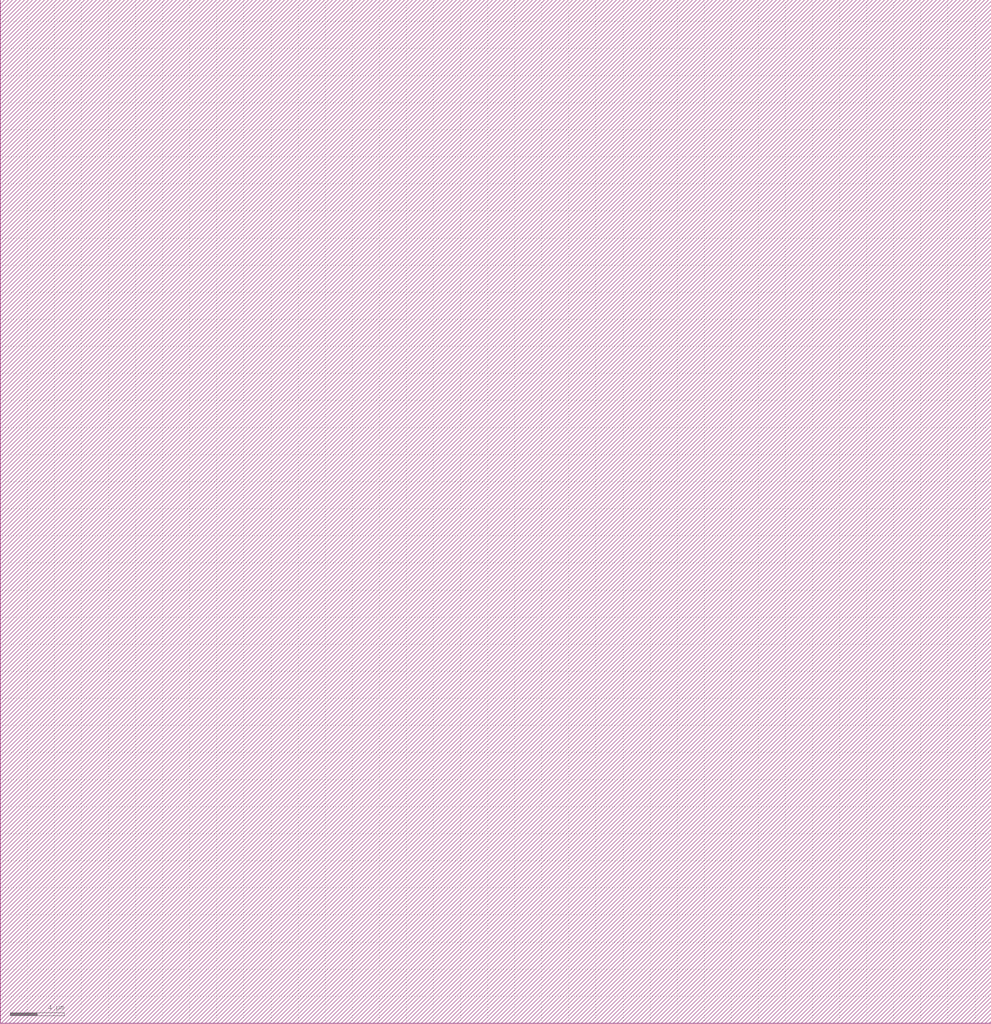
<source format=lef>
VERSION 5.6 ;

BUSBITCHARS "[]" ;

DIVIDERCHAR "/" ;

UNITS
    DATABASE MICRONS 1000 ;
END UNITS

MANUFACTURINGGRID 0.005000 ; 

CLEARANCEMEASURE EUCLIDEAN ; 

USEMINSPACING OBS ON ; 

SITE CoreSite
    CLASS CORE ;
    SIZE 0.600000 BY 0.300000 ;
END CoreSite

LAYER li
   TYPE ROUTING ;
   DIRECTION VERTICAL ;
   MINWIDTH 0.300000 ;
   AREA 0.056250 ;
   WIDTH 0.300000 ;
   SPACINGTABLE
      PARALLELRUNLENGTH 0.0
      WIDTH 0.0 0.225000 ;
   PITCH 0.600000 0.600000 ;
END li

LAYER mcon
    TYPE CUT ;
    SPACING 0.225000 ;
    WIDTH 0.300000 ;
    ENCLOSURE ABOVE 0.075000 0.075000 ;
    ENCLOSURE BELOW 0.000000 0.000000 ;
END mcon

LAYER met1
   TYPE ROUTING ;
   DIRECTION HORIZONTAL ;
   MINWIDTH 0.150000 ;
   AREA 0.084375 ;
   WIDTH 0.150000 ;
   SPACINGTABLE
      PARALLELRUNLENGTH 0.0
      WIDTH 0.0 0.150000 ;
   PITCH 0.300000 0.300000 ;
END met1

LAYER v1
    TYPE CUT ;
    SPACING 0.075000 ;
    WIDTH 0.300000 ;
    ENCLOSURE ABOVE 0.075000 0.075000 ;
    ENCLOSURE BELOW 0.075000 0.075000 ;
END v1

LAYER met2
   TYPE ROUTING ;
   DIRECTION VERTICAL ;
   MINWIDTH 0.150000 ;
   AREA 0.073125 ;
   WIDTH 0.150000 ;
   SPACINGTABLE
      PARALLELRUNLENGTH 0.0
      WIDTH 0.0 0.150000 ;
   PITCH 0.300000 0.300000 ;
END met2

LAYER v2
    TYPE CUT ;
    SPACING 0.150000 ;
    WIDTH 0.300000 ;
    ENCLOSURE ABOVE 0.075000 0.075000 ;
    ENCLOSURE BELOW 0.075000 0.000000 ;
END v2

LAYER met3
   TYPE ROUTING ;
   DIRECTION HORIZONTAL ;
   MINWIDTH 0.300000 ;
   AREA 0.241875 ;
   WIDTH 0.300000 ;
   SPACINGTABLE
      PARALLELRUNLENGTH 0.0
      WIDTH 0.0 0.300000 ;
   PITCH 0.600000 0.600000 ;
END met3

LAYER v3
    TYPE CUT ;
    SPACING 0.150000 ;
    WIDTH 0.450000 ;
    ENCLOSURE ABOVE 0.075000 0.075000 ;
    ENCLOSURE BELOW 0.075000 0.000000 ;
END v3

LAYER met4
   TYPE ROUTING ;
   DIRECTION VERTICAL ;
   MINWIDTH 0.300000 ;
   AREA 0.241875 ;
   WIDTH 0.300000 ;
   SPACINGTABLE
      PARALLELRUNLENGTH 0.0
      WIDTH 0.0 0.300000 ;
   PITCH 0.600000 0.600000 ;
END met4

LAYER v4
    TYPE CUT ;
    SPACING 0.450000 ;
    WIDTH 1.200000 ;
    ENCLOSURE ABOVE 0.150000 0.150000 ;
    ENCLOSURE BELOW 0.000000 0.000000 ;
END v4

LAYER met5
   TYPE ROUTING ;
   DIRECTION HORIZONTAL ;
   MINWIDTH 1.650000 ;
   AREA 4.005000 ;
   WIDTH 1.650000 ;
   SPACINGTABLE
      PARALLELRUNLENGTH 0.0
      WIDTH 0.0 1.650000 ;
   PITCH 3.300000 3.300000 ;
END met5

LAYER OVERLAP
   TYPE OVERLAP ;
END OVERLAP

VIA mcon_C DEFAULT
   LAYER li ;
     RECT -0.150000 -0.150000 0.150000 0.150000 ;
   LAYER mcon ;
     RECT -0.150000 -0.150000 0.150000 0.150000 ;
   LAYER met1 ;
     RECT -0.225000 -0.225000 0.225000 0.225000 ;
END mcon_C

VIA v1_C DEFAULT
   LAYER met1 ;
     RECT -0.225000 -0.225000 0.225000 0.225000 ;
   LAYER v1 ;
     RECT -0.150000 -0.150000 0.150000 0.150000 ;
   LAYER met2 ;
     RECT -0.225000 -0.225000 0.225000 0.225000 ;
END v1_C

VIA v2_C DEFAULT
   LAYER met2 ;
     RECT -0.150000 -0.225000 0.150000 0.225000 ;
   LAYER v2 ;
     RECT -0.150000 -0.150000 0.150000 0.150000 ;
   LAYER met3 ;
     RECT -0.225000 -0.225000 0.225000 0.225000 ;
END v2_C

VIA v2_Ch
   LAYER met2 ;
     RECT -0.225000 -0.150000 0.225000 0.150000 ;
   LAYER v2 ;
     RECT -0.150000 -0.150000 0.150000 0.150000 ;
   LAYER met3 ;
     RECT -0.225000 -0.225000 0.225000 0.225000 ;
END v2_Ch

VIA v2_Cv
   LAYER met2 ;
     RECT -0.150000 -0.225000 0.150000 0.225000 ;
   LAYER v2 ;
     RECT -0.150000 -0.150000 0.150000 0.150000 ;
   LAYER met3 ;
     RECT -0.225000 -0.225000 0.225000 0.225000 ;
END v2_Cv

VIA v3_C DEFAULT
   LAYER met3 ;
     RECT -0.300000 -0.225000 0.300000 0.225000 ;
   LAYER v3 ;
     RECT -0.225000 -0.225000 0.225000 0.225000 ;
   LAYER met4 ;
     RECT -0.300000 -0.300000 0.300000 0.300000 ;
END v3_C

VIA v3_Ch
   LAYER met3 ;
     RECT -0.300000 -0.225000 0.300000 0.225000 ;
   LAYER v3 ;
     RECT -0.225000 -0.225000 0.225000 0.225000 ;
   LAYER met4 ;
     RECT -0.300000 -0.300000 0.300000 0.300000 ;
END v3_Ch

VIA v3_Cv
   LAYER met3 ;
     RECT -0.300000 -0.225000 0.300000 0.225000 ;
   LAYER v3 ;
     RECT -0.225000 -0.225000 0.225000 0.225000 ;
   LAYER met4 ;
     RECT -0.300000 -0.300000 0.300000 0.300000 ;
END v3_Cv

VIA v4_C DEFAULT
   LAYER met4 ;
     RECT -0.600000 -0.600000 0.600000 0.600000 ;
   LAYER v4 ;
     RECT -0.600000 -0.600000 0.600000 0.600000 ;
   LAYER met5 ;
     RECT -0.750000 -0.750000 0.750000 0.750000 ;
END v4_C

MACRO _0_0std_0_0cells_0_0LATCHINV
    CLASS CORE ;
    FOREIGN _0_0std_0_0cells_0_0LATCHINV 0.000000 0.000000 ;
    ORIGIN 0.000000 0.000000 ;
    SIZE 6.000000 BY 4.200000 ;
    SYMMETRY X Y ;
    SITE CoreSite ;
    PIN CLK
        DIRECTION INPUT ;
        USE SIGNAL ;
        PORT
        LAYER li ;
        RECT 1.725000 3.450000 2.100000 3.825000 ;
        RECT 1.725000 3.225000 1.800000 3.450000 ;
        RECT 1.725000 3.150000 2.100000 3.225000 ;
        RECT 1.800000 3.225000 2.025000 3.450000 ;
        RECT 2.025000 3.225000 2.100000 3.450000 ;
        END
        ANTENNAGATEAREA 0.506250 ;
    END CLK
    PIN D
        DIRECTION INPUT ;
        USE SIGNAL ;
        PORT
        LAYER li ;
        RECT 0.600000 3.525000 0.900000 3.675000 ;
        RECT 0.600000 3.450000 1.200000 3.525000 ;
        RECT 0.600000 3.300000 0.900000 3.450000 ;
        RECT 0.900000 3.525000 1.125000 3.750000 ;
        RECT 0.825000 3.750000 1.200000 3.825000 ;
        RECT 0.825000 3.675000 0.900000 3.750000 ;
        RECT 1.125000 3.525000 1.200000 3.750000 ;
        END
        ANTENNAGATEAREA 0.337500 ;
    END D
    PIN q
        DIRECTION INPUT ;
        USE SIGNAL ;
        PORT
        LAYER li ;
        RECT 3.000000 3.525000 3.300000 3.825000 ;
        RECT 3.000000 3.450000 3.450000 3.525000 ;
        RECT 3.000000 3.300000 3.300000 3.450000 ;
        RECT 3.225000 3.225000 3.300000 3.300000 ;
        RECT 3.300000 3.225000 3.525000 3.450000 ;
        RECT 3.525000 3.225000 3.600000 3.450000 ;
        END
        ANTENNAGATEAREA 0.225000 ;
    END q
    PIN __q
        DIRECTION OUTPUT ;
        USE SIGNAL ;
        PORT
        LAYER li ;
        RECT 0.600000 0.300000 0.900000 0.600000 ;
        RECT 0.675000 1.050000 0.900000 1.125000 ;
        RECT 0.675000 0.825000 0.900000 1.050000 ;
        RECT 0.675000 0.600000 0.900000 0.825000 ;
        RECT 2.475000 1.800000 2.550000 2.025000 ;
        RECT 2.550000 1.800000 2.775000 2.025000 ;
        RECT 4.950000 0.825000 5.175000 0.900000 ;
        RECT 2.775000 1.800000 2.850000 2.025000 ;
        RECT 4.950000 2.025000 5.175000 2.100000 ;
        RECT 4.950000 1.800000 5.175000 2.025000 ;
        RECT 4.950000 1.125000 5.175000 1.800000 ;
        RECT 4.950000 0.900000 5.175000 1.125000 ;
        LAYER mcon ;
        RECT 0.675000 0.825000 0.900000 1.050000 ;
        RECT 2.550000 1.800000 2.775000 2.025000 ;
        RECT 4.950000 0.900000 5.175000 1.125000 ;
        LAYER met1 ;
        RECT 0.600000 1.050000 4.950000 1.125000 ;
        RECT 0.600000 0.825000 0.675000 1.050000 ;
        RECT 0.600000 0.750000 0.975000 0.825000 ;
        RECT 0.675000 0.825000 0.900000 1.050000 ;
        RECT 0.900000 0.975000 4.950000 1.050000 ;
        RECT 0.900000 0.825000 0.975000 0.975000 ;
        RECT 2.475000 2.025000 2.850000 2.100000 ;
        RECT 2.475000 1.725000 2.850000 1.800000 ;
        RECT 2.625000 1.125000 2.775000 1.725000 ;
        RECT 2.475000 1.800000 2.550000 2.025000 ;
        RECT 4.875000 0.900000 4.950000 0.975000 ;
        RECT 4.875000 0.825000 5.250000 0.900000 ;
        RECT 2.550000 1.800000 2.775000 2.025000 ;
        RECT 4.950000 0.900000 5.175000 1.125000 ;
        RECT 2.775000 1.800000 2.850000 2.025000 ;
        RECT 5.175000 0.900000 5.250000 1.125000 ;
        RECT 4.875000 1.125000 5.250000 1.200000 ;
        END
        ANTENNADIFFAREA 1.406250 ;
    END __q
    PIN Vdd
        DIRECTION INPUT ;
        USE POWER ;
        PORT
        LAYER li ;
        RECT 1.125000 2.550000 1.200000 2.775000 ;
        RECT 1.200000 2.550000 1.425000 2.775000 ;
        RECT 1.425000 2.550000 4.425000 2.775000 ;
        RECT 3.600000 2.400000 3.825000 2.550000 ;
        RECT 3.600000 2.175000 3.825000 2.400000 ;
        RECT 3.600000 2.100000 3.825000 2.175000 ;
        RECT 4.200000 3.300000 4.500000 3.600000 ;
        RECT 4.200000 2.775000 4.425000 3.300000 ;
        END
        ANTENNADIFFAREA 0.815625 ;
    END Vdd
    PIN GND
        DIRECTION INPUT ;
        USE GROUND ;
        PORT
        LAYER li ;
        RECT 1.725000 0.525000 1.950000 0.750000 ;
        RECT 1.725000 0.450000 3.075000 0.525000 ;
        RECT 1.725000 0.750000 1.950000 0.825000 ;
        RECT 1.950000 0.525000 3.075000 0.675000 ;
        RECT 3.075000 0.450000 3.300000 0.525000 ;
        RECT 3.000000 0.375000 3.375000 0.450000 ;
        RECT 3.000000 0.300000 3.300000 0.375000 ;
        RECT 3.075000 0.750000 3.300000 0.825000 ;
        RECT 3.075000 0.675000 3.300000 0.750000 ;
        RECT 3.075000 0.525000 3.300000 0.675000 ;
        RECT 3.300000 0.450000 3.375000 0.675000 ;
        LAYER mcon ;
        RECT 3.075000 0.525000 3.300000 0.675000 ;
        RECT 3.075000 0.450000 3.300000 0.525000 ;
        LAYER met1 ;
        RECT 3.000000 0.675000 3.375000 0.750000 ;
        RECT 3.000000 0.450000 3.075000 0.675000 ;
        RECT 3.000000 0.375000 3.375000 0.450000 ;
        RECT 3.075000 0.525000 3.300000 0.675000 ;
        RECT 3.075000 0.450000 3.300000 0.525000 ;
        RECT 3.300000 0.450000 3.375000 0.675000 ;
        END
        ANTENNADIFFAREA 0.562500 ;
    END GND
    OBS
        LAYER li ;
        RECT 0.675000 2.775000 0.900000 2.850000 ;
        RECT 0.675000 2.550000 0.900000 2.775000 ;
        RECT 0.675000 2.475000 0.900000 2.550000 ;
        RECT 1.725000 2.025000 1.950000 2.100000 ;
        RECT 1.725000 1.800000 1.950000 2.025000 ;
        RECT 1.725000 1.575000 1.950000 1.800000 ;
        RECT 1.725000 1.350000 2.775000 1.575000 ;
        RECT 2.475000 0.900000 2.550000 1.125000 ;
        RECT 3.600000 0.750000 3.825000 0.825000 ;
        RECT 3.600000 0.525000 3.825000 0.750000 ;
        RECT 3.600000 0.450000 3.825000 0.525000 ;
        RECT 2.550000 1.125000 2.775000 1.350000 ;
        RECT 2.550000 0.900000 2.775000 1.125000 ;
        RECT 3.825000 0.525000 4.425000 0.750000 ;
        RECT 2.775000 0.900000 2.850000 1.125000 ;
        RECT 4.425000 0.525000 4.650000 0.750000 ;
        RECT 4.650000 0.525000 4.725000 0.750000 ;
        RECT 4.350000 2.100000 4.425000 2.325000 ;
        RECT 4.425000 2.100000 4.650000 2.325000 ;
        RECT 4.650000 2.100000 4.725000 2.325000 ;
        RECT 4.950000 3.750000 5.175000 3.825000 ;
        RECT 4.950000 3.525000 5.175000 3.750000 ;
        RECT 4.950000 3.450000 5.175000 3.525000 ;
        LAYER met1 ;
        RECT 0.600000 2.775000 0.975000 2.850000 ;
        RECT 0.600000 2.550000 0.675000 2.775000 ;
        RECT 0.600000 2.475000 0.975000 2.550000 ;
        RECT 0.675000 2.550000 0.900000 2.775000 ;
        RECT 4.875000 3.750000 5.250000 3.825000 ;
        RECT 4.875000 3.525000 4.950000 3.750000 ;
        RECT 4.875000 3.450000 5.250000 3.525000 ;
        RECT 0.900000 2.700000 0.975000 2.775000 ;
        RECT 0.900000 2.550000 4.500000 2.700000 ;
        RECT 4.950000 3.525000 5.175000 3.750000 ;
        RECT 1.650000 2.025000 2.025000 2.100000 ;
        RECT 1.650000 1.800000 1.725000 2.025000 ;
        RECT 1.650000 1.725000 2.025000 1.800000 ;
        RECT 5.175000 3.525000 5.250000 3.750000 ;
        RECT 1.725000 2.250000 3.825000 2.400000 ;
        RECT 1.725000 2.100000 1.875000 2.250000 ;
        RECT 1.725000 1.800000 1.950000 2.025000 ;
        RECT 1.950000 1.800000 2.025000 2.025000 ;
        RECT 4.350000 2.400000 4.500000 2.550000 ;
        RECT 4.350000 2.325000 4.725000 2.400000 ;
        RECT 3.675000 1.725000 5.100000 1.875000 ;
        RECT 3.675000 1.875000 3.825000 2.250000 ;
        RECT 4.350000 2.100000 4.425000 2.325000 ;
        RECT 4.350000 2.025000 4.725000 2.100000 ;
        RECT 4.425000 2.100000 4.650000 2.325000 ;
        RECT 4.650000 2.100000 4.725000 2.325000 ;
        RECT 4.950000 1.875000 5.100000 3.450000 ;
    END
END _0_0std_0_0cells_0_0LATCHINV

MACRO welltap_svt
    CLASS CORE WELLTAP ;
    FOREIGN welltap_svt 0.000000 0.000000 ;
    ORIGIN 0.000000 0.000000 ;
    SIZE 1.200000 BY 2.100000 ;
    SYMMETRY X Y ;
    SITE CoreSite ;
    PIN Vdd
        DIRECTION INPUT ;
        USE POWER ;
        PORT
        LAYER li ;
        RECT 0.600000 1.500000 0.900000 1.800000 ;
        END
    END Vdd
    PIN GND
        DIRECTION INPUT ;
        USE GROUND ;
        PORT
        LAYER li ;
        RECT 0.600000 0.300000 0.900000 0.600000 ;
        END
    END GND
END welltap_svt

MACRO circuitppnp
   CLASS CORE ;
   FOREIGN circuitppnp 0.000000 0.000000 ;
   ORIGIN 0.000000 0.000000 ; 
   SIZE 73.200000 BY 75.600000 ; 
   SYMMETRY X Y ;
   SITE CoreSite ;
END circuitppnp

MACRO circuitwell
   CLASS CORE ;
   FOREIGN circuitwell 0.000000 0.000000 ;
   ORIGIN 0.000000 0.000000 ; 
   SIZE 73.200000 BY 75.600000 ; 
   SYMMETRY X Y ;
   SITE CoreSite ;
END circuitwell


</source>
